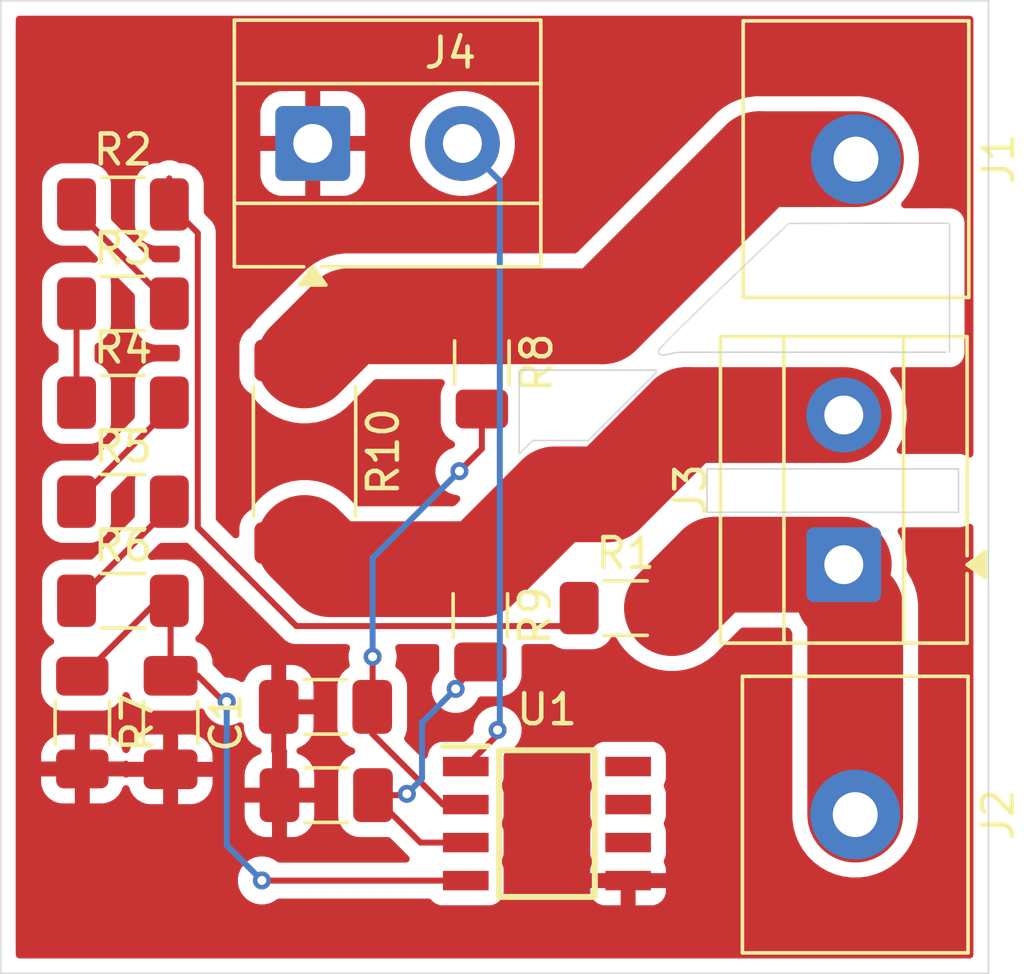
<source format=kicad_pcb>
(kicad_pcb (version 20241229) (generator "pcbnew") (generator_version "9.0")
  (layers (0 "F.Cu" signal) (2 "B.Cu" signal) (13 "F.Paste" user) (15 "B.Paste" user) (5 "F.SilkS" user "F.Silkscreen") (7 "B.SilkS" user "B.Silkscreen") (1 "F.Mask" user) (3 "B.Mask" user) (25 "Edge.Cuts" user))
  (net 0 "")
  (net 1 "V2P")
  (net 2 "GND")
  (net 3 "Net-(U1-V1P)")
  (net 4 "Net-(U1-V1N)")
  (net 5 "+AC")
  (net 6 "-AC")
  (net 7 "/LOAD")
  (net 8 "+5V")
  (net 9 "Net-(R1-Pad1)")
  (net 10 "Net-(R2-Pad1)")
  (net 11 "Net-(R3-Pad1)")
  (net 12 "Net-(R4-Pad2)")
  (net 13 "Net-(R5-Pad2)")
  (net 14 "CF")
  (net 15 "CF1")
  (net 16 "SEL")
  (footprint "Resistor_SMD:R_1206_3216Metric_Pad1.30x1.75mm_HandSolder" (layer "F.Cu") (at 114.3075 124.805)
    (property "Reference" "R6" (at 0 -1.83 0) (layer "F.SilkS"))
    (property "Value" "470K")
    (fp_line (start -0.727064 -0.91) (end 0.727064 -0.91) (stroke (width 0.12)) (layer "F.SilkS"))
    (fp_line (start -0.727064 0.91) (end 0.727064 0.91) (stroke (width 0.12)) (layer "F.SilkS"))
    (pad "1" smd roundrect (at -1.55 0) (size 1.3 1.75) (layers "F.Cu" "F.Mask" "F.Paste") (roundrect_rratio 0.192308) (net 13 "Net-(R5-Pad2)"))
    (pad "2" smd roundrect (at 1.55 0) (size 1.3 1.75) (layers "F.Cu" "F.Mask" "F.Paste") (roundrect_rratio 0.192308) (net 1 "V2P"))
  )
  (footprint "HLW8012:SOIC8" (layer "F.Cu") (at 128.475 132.25)
    (property "Reference" "U1" (at 0 -3.81 0) (layer "F.SilkS"))
    (property "Value" "HLW8012")
    (fp_line (start -3.475 -2.58) (end -1.95 -2.58) (stroke (width 0.2)) (layer "F.SilkS"))
    (fp_line (start -1.6 -2.45) (end 1.6 -2.45) (stroke (width 0.2)) (layer "F.SilkS"))
    (fp_line (start -1.6 2.45) (end -1.6 -2.45) (stroke (width 0.2)) (layer "F.SilkS"))
    (fp_line (start 1.6 -2.45) (end 1.6 2.45) (stroke (width 0.2)) (layer "F.SilkS"))
    (fp_line (start 1.6 2.45) (end -1.6 2.45) (stroke (width 0.2)) (layer "F.SilkS"))
    (pad "1" smd rect (at -2.712 -1.905) (size 1.525 0.65) (layers "F.Cu" "F.Mask" "F.Paste") (net 8 "+5V"))
    (pad "2" smd rect (at -2.712 -0.635) (size 1.525 0.65) (layers "F.Cu" "F.Mask" "F.Paste") (net 3 "Net-(U1-V1P)"))
    (pad "3" smd rect (at -2.712 0.635) (size 1.525 0.65) (layers "F.Cu" "F.Mask" "F.Paste") (net 4 "Net-(U1-V1N)"))
    (pad "4" smd rect (at -2.712 1.905) (size 1.525 0.65) (layers "F.Cu" "F.Mask" "F.Paste") (net 1 "V2P"))
    (pad "5" smd rect (at 2.712 1.905) (size 1.525 0.65) (layers "F.Cu" "F.Mask" "F.Paste") (net 2 "GND"))
    (pad "6" smd rect (at 2.712 0.635) (size 1.525 0.65) (layers "F.Cu" "F.Mask" "F.Paste") (net 14 "CF"))
    (pad "7" smd rect (at 2.712 -0.635) (size 1.525 0.65) (layers "F.Cu" "F.Mask" "F.Paste") (net 15 "CF1"))
    (pad "8" smd rect (at 2.712 -1.905) (size 1.525 0.65) (layers "F.Cu" "F.Mask" "F.Paste") (net 16 "SEL"))
  )
  (footprint "TerminalBlock_MetzConnect:TerminalBlock_MetzConnect_Type055_RT01502HDWU_1x02_P5.00mm_Horizontal" (layer "F.Cu") (at 120.65 109.525)
    (property "Reference" "J4" (at 4.6 -3.025 0) (layer "F.SilkS"))
    (property "Value" "DC")
    (fp_line (start -2.62 -4.12) (end 7.62 -4.12) (stroke (width 0.12)) (layer "F.SilkS"))
    (fp_line (start -2.62 -2) (end 7.62 -2) (stroke (width 0.12)) (layer "F.SilkS"))
    (fp_line (start -2.62 2) (end 7.62 2) (stroke (width 0.12)) (layer "F.SilkS"))
    (fp_line (start -2.62 4.12) (end -2.62 -4.12) (stroke (width 0.12)) (layer "F.SilkS"))
    (fp_line (start -0.3 4.12) (end -2.62 4.12) (stroke (width 0.12)) (layer "F.SilkS"))
    (fp_line (start 7.62 -4.12) (end 7.62 4.12) (stroke (width 0.12)) (layer "F.SilkS"))
    (fp_line (start 7.62 4.12) (end 0.3 4.12) (stroke (width 0.12)) (layer "F.SilkS"))
    (fp_poly (pts (xy 0 4.12) (xy 0.44 4.73) (xy -0.44 4.73)) (stroke (width 0.12)) (fill yes) (layer "F.SilkS"))
    (pad "1" thru_hole roundrect (at 0 0) (size 2.5 2.5) (drill 1.3) (layers "*.Cu" "*.Mask") (roundrect_rratio 0.1) (net 2 "GND"))
    (pad "2" thru_hole circle (at 5 0) (size 2.5 2.5) (drill 1.3) (layers "*.Cu" "*.Mask") (net 8 "+5V"))
  )
  (footprint "Capacitor_SMD:C_1206_3216Metric_Pad1.33x1.80mm_HandSolder" (layer "F.Cu") (at 121.1 131.3 180)
    (property "Reference" "C3" (hide yes))
    (property "Value" "33nF")
    (fp_line (start -0.711252 0.91) (end 0.711252 0.91) (stroke (width 0.12)) (layer "F.SilkS"))
    (fp_line (start -0.711252 -0.91) (end 0.711252 -0.91) (stroke (width 0.12)) (layer "F.SilkS"))
    (pad "1" smd roundrect (at -1.5625 0 180) (size 1.325 1.8) (layers "F.Cu" "F.Mask" "F.Paste") (roundrect_rratio 0.188679) (net 4 "Net-(U1-V1N)"))
    (pad "2" smd roundrect (at 1.5625 0 180) (size 1.325 1.8) (layers "F.Cu" "F.Mask" "F.Paste") (roundrect_rratio 0.188679) (net 2 "GND"))
  )
  (footprint "TerminalBlock_MetzConnect:TerminalBlock_MetzConnect_Type055_RT01502HDWU_1x02_P5.00mm_Horizontal" (layer "F.Cu") (at 138.3925 123.6 90)
    (property "Reference" "J3" (at 2.5 -5.12 90) (layer "F.SilkS"))
    (property "Value" "LOAD")
    (fp_line (start 7.62 -4.12) (end 7.62 4.12) (stroke (width 0.12)) (layer "F.SilkS"))
    (fp_line (start -2.62 -4.12) (end 7.62 -4.12) (stroke (width 0.12)) (layer "F.SilkS"))
    (fp_line (start -2.62 -2) (end 7.62 -2) (stroke (width 0.12)) (layer "F.SilkS"))
    (fp_line (start -2.62 2) (end 7.62 2) (stroke (width 0.12)) (layer "F.SilkS"))
    (fp_line (start 7.62 4.12) (end 0.3 4.12) (stroke (width 0.12)) (layer "F.SilkS"))
    (fp_line (start -0.3 4.12) (end -2.62 4.12) (stroke (width 0.12)) (layer "F.SilkS"))
    (fp_line (start -2.62 4.12) (end -2.62 -4.12) (stroke (width 0.12)) (layer "F.SilkS"))
    (fp_poly (pts (xy 0 4.12) (xy 0.44 4.73) (xy -0.44 4.73)) (stroke (width 0.12)) (fill yes) (layer "F.SilkS"))
    (pad "1" thru_hole roundrect (at 0 0 90) (size 2.5 2.5) (drill 1.3) (layers "*.Cu" "*.Mask") (roundrect_rratio 0.1) (net 6 "-AC"))
    (pad "2" thru_hole circle (at 5 0 90) (size 2.5 2.5) (drill 1.3) (layers "*.Cu" "*.Mask") (net 7 "/LOAD"))
  )
  (footprint "Resistor_SMD:R_1206_3216Metric_Pad1.30x1.75mm_HandSolder" (layer "F.Cu") (at 112.95 128.875 -90)
    (property "Reference" "R7" (at 0 -1.83 90) (layer "F.SilkS"))
    (property "Value" "470K")
    (fp_line (start -0.727064 0.91) (end 0.727064 0.91) (stroke (width 0.12)) (layer "F.SilkS"))
    (fp_line (start -0.727064 -0.91) (end 0.727064 -0.91) (stroke (width 0.12)) (layer "F.SilkS"))
    (pad "1" smd roundrect (at -1.55 0 270) (size 1.3 1.75) (layers "F.Cu" "F.Mask" "F.Paste") (roundrect_rratio 0.192308) (net 1 "V2P"))
    (pad "2" smd roundrect (at 1.55 0 270) (size 1.3 1.75) (layers "F.Cu" "F.Mask" "F.Paste") (roundrect_rratio 0.192308) (net 2 "GND"))
  )
  (footprint "Capacitor_SMD:C_1206_3216Metric_Pad1.33x1.80mm_HandSolder" (layer "F.Cu") (at 121.075 128.35)
    (property "Reference" "C2" (hide yes))
    (property "Value" "33nF")
    (fp_line (start -0.711252 -0.91) (end 0.711252 -0.91) (stroke (width 0.12)) (layer "F.SilkS"))
    (fp_line (start -0.711252 0.91) (end 0.711252 0.91) (stroke (width 0.12)) (layer "F.SilkS"))
    (pad "1" smd roundrect (at -1.5625 0) (size 1.325 1.8) (layers "F.Cu" "F.Mask" "F.Paste") (roundrect_rratio 0.188679) (net 2 "GND"))
    (pad "2" smd roundrect (at 1.5625 0) (size 1.325 1.8) (layers "F.Cu" "F.Mask" "F.Paste") (roundrect_rratio 0.188679) (net 3 "Net-(U1-V1P)"))
  )
  (footprint "Resistor_SMD:R_1206_3216Metric_Pad1.30x1.75mm_HandSolder" (layer "F.Cu") (at 114.3075 118.185)
    (property "Reference" "R4" (at 0 -1.83 0) (layer "F.SilkS"))
    (property "Value" "470K")
    (fp_line (start -0.727064 -0.91) (end 0.727064 -0.91) (stroke (width 0.12)) (layer "F.SilkS"))
    (fp_line (start -0.727064 0.91) (end 0.727064 0.91) (stroke (width 0.12)) (layer "F.SilkS"))
    (pad "1" smd roundrect (at -1.55 0) (size 1.3 1.75) (layers "F.Cu" "F.Mask" "F.Paste") (roundrect_rratio 0.192308) (net 11 "Net-(R3-Pad1)"))
    (pad "2" smd roundrect (at 1.55 0) (size 1.3 1.75) (layers "F.Cu" "F.Mask" "F.Paste") (roundrect_rratio 0.192308) (net 12 "Net-(R4-Pad2)"))
  )
  (footprint "Capacitor_SMD:C_1206_3216Metric_Pad1.33x1.80mm_HandSolder" (layer "F.Cu") (at 115.9 128.875 -90)
    (property "Reference" "C1" (at 0 -1.85 90) (layer "F.SilkS"))
    (property "Value" "1uF")
    (fp_line (start -0.711252 0.91) (end 0.711252 0.91) (stroke (width 0.12)) (layer "F.SilkS"))
    (fp_line (start -0.711252 -0.91) (end 0.711252 -0.91) (stroke (width 0.12)) (layer "F.SilkS"))
    (pad "1" smd roundrect (at -1.5625 0 270) (size 1.325 1.8) (layers "F.Cu" "F.Mask" "F.Paste") (roundrect_rratio 0.188679) (net 1 "V2P"))
    (pad "2" smd roundrect (at 1.5625 0 270) (size 1.325 1.8) (layers "F.Cu" "F.Mask" "F.Paste") (roundrect_rratio 0.188679) (net 2 "GND"))
  )
  (footprint "TerminalBlock_MetzConnect:TerminalBlock_MetzConnect_360271_1x01_Horizontal_ScrewM3.0_Boxed" (layer "F.Cu") (at 138.8 110.05 -90)
    (property "Reference" "J1" (at 0 -4.77 90) (layer "F.SilkS"))
    (property "Value" "+(ev)")
    (fp_line (start -4.62 3.77) (end -4.62 -3.77) (stroke (width 0.12)) (layer "F.SilkS"))
    (fp_line (start 4.62 3.77) (end -4.62 3.77) (stroke (width 0.12)) (layer "F.SilkS"))
    (fp_line (start -4.62 -3.77) (end 4.62 -3.77) (stroke (width 0.12)) (layer "F.SilkS"))
    (fp_line (start 4.62 -3.77) (end 4.62 3.77) (stroke (width 0.12)) (layer "F.SilkS"))
    (pad "1" thru_hole circle (at 0 0 270) (size 3 3) (drill 1.5) (layers "*.Cu" "*.Mask") (net 5 "+AC"))
  )
  (footprint "Resistor_SMD:R_1206_3216Metric_Pad1.30x1.75mm_HandSolder" (layer "F.Cu") (at 126.3 116.85 -90)
    (property "Reference" "R8" (at 0 -1.83 90) (layer "F.SilkS"))
    (property "Value" "1K")
    (fp_line (start -0.727064 0.91) (end 0.727064 0.91) (stroke (width 0.12)) (layer "F.SilkS"))
    (fp_line (start -0.727064 -0.91) (end 0.727064 -0.91) (stroke (width 0.12)) (layer "F.SilkS"))
    (pad "1" smd roundrect (at -1.55 0 270) (size 1.3 1.75) (layers "F.Cu" "F.Mask" "F.Paste") (roundrect_rratio 0.192308) (net 5 "+AC"))
    (pad "2" smd roundrect (at 1.55 0 270) (size 1.3 1.75) (layers "F.Cu" "F.Mask" "F.Paste") (roundrect_rratio 0.192308) (net 3 "Net-(U1-V1P)"))
  )
  (footprint "Resistor_SMD:R_1206_3216Metric_Pad1.30x1.75mm_HandSolder" (layer "F.Cu") (at 114.3075 114.875)
    (property "Reference" "R3" (at 0 -1.83 0) (layer "F.SilkS"))
    (property "Value" "470K")
    (fp_line (start -0.727064 -0.91) (end 0.727064 -0.91) (stroke (width 0.12)) (layer "F.SilkS"))
    (fp_line (start -0.727064 0.91) (end 0.727064 0.91) (stroke (width 0.12)) (layer "F.SilkS"))
    (pad "1" smd roundrect (at -1.55 0) (size 1.3 1.75) (layers "F.Cu" "F.Mask" "F.Paste") (roundrect_rratio 0.192308) (net 11 "Net-(R3-Pad1)"))
    (pad "2" smd roundrect (at 1.55 0) (size 1.3 1.75) (layers "F.Cu" "F.Mask" "F.Paste") (roundrect_rratio 0.192308) (net 10 "Net-(R2-Pad1)"))
  )
  (footprint "Resistor_SMD:R_1206_3216Metric_Pad1.30x1.75mm_HandSolder" (layer "F.Cu") (at 114.3075 121.495)
    (property "Reference" "R5" (at 0 -1.83 0) (layer "F.SilkS"))
    (property "Value" "470K")
    (fp_line (start -0.727064 -0.91) (end 0.727064 -0.91) (stroke (width 0.12)) (layer "F.SilkS"))
    (fp_line (start -0.727064 0.91) (end 0.727064 0.91) (stroke (width 0.12)) (layer "F.SilkS"))
    (pad "1" smd roundrect (at -1.55 0) (size 1.3 1.75) (layers "F.Cu" "F.Mask" "F.Paste") (roundrect_rratio 0.192308) (net 12 "Net-(R4-Pad2)"))
    (pad "2" smd roundrect (at 1.55 0) (size 1.3 1.75) (layers "F.Cu" "F.Mask" "F.Paste") (roundrect_rratio 0.192308) (net 13 "Net-(R5-Pad2)"))
  )
  (footprint "TerminalBlock_MetzConnect:TerminalBlock_MetzConnect_360271_1x01_Horizontal_ScrewM3.0_Boxed" (layer "F.Cu") (at 138.775 131.95 -90)
    (property "Reference" "J2" (at 0 -4.77 90) (layer "F.SilkS"))
    (property "Value" "-(ev)")
    (fp_line (start -4.62 3.77) (end -4.62 -3.77) (stroke (width 0.12)) (layer "F.SilkS"))
    (fp_line (start 4.62 3.77) (end -4.62 3.77) (stroke (width 0.12)) (layer "F.SilkS"))
    (fp_line (start -4.62 -3.77) (end 4.62 -3.77) (stroke (width 0.12)) (layer "F.SilkS"))
    (fp_line (start 4.62 -3.77) (end 4.62 3.77) (stroke (width 0.12)) (layer "F.SilkS"))
    (pad "1" thru_hole circle (at 0 0 270) (size 3 3) (drill 1.5) (layers "*.Cu" "*.Mask") (net 6 "-AC"))
  )
  (footprint "Resistor_SMD:R_1206_3216Metric_Pad1.30x1.75mm_HandSolder" (layer "F.Cu") (at 114.3075 111.565)
    (property "Reference" "R2" (at 0 -1.83 0) (layer "F.SilkS"))
    (property "Value" "470K")
    (fp_line (start -0.727064 -0.91) (end 0.727064 -0.91) (stroke (width 0.12)) (layer "F.SilkS"))
    (fp_line (start -0.727064 0.91) (end 0.727064 0.91) (stroke (width 0.12)) (layer "F.SilkS"))
    (pad "1" smd roundrect (at -1.55 0) (size 1.3 1.75) (layers "F.Cu" "F.Mask" "F.Paste") (roundrect_rratio 0.192308) (net 10 "Net-(R2-Pad1)"))
    (pad "2" smd roundrect (at 1.55 0) (size 1.3 1.75) (layers "F.Cu" "F.Mask" "F.Paste") (roundrect_rratio 0.192308) (net 9 "Net-(R1-Pad1)"))
  )
  (footprint "Resistor_SMD:R_1206_3216Metric_Pad1.30x1.75mm_HandSolder" (layer "F.Cu") (at 131.1 125.05)
    (property "Reference" "R1" (at 0 -1.83 0) (layer "F.SilkS"))
    (property "Value" "470K")
    (fp_line (start -0.727064 -0.91) (end 0.727064 -0.91) (stroke (width 0.12)) (layer "F.SilkS"))
    (fp_line (start -0.727064 0.91) (end 0.727064 0.91) (stroke (width 0.12)) (layer "F.SilkS"))
    (pad "1" smd roundrect (at -1.55 0) (size 1.3 1.75) (layers "F.Cu" "F.Mask" "F.Paste") (roundrect_rratio 0.192308) (net 9 "Net-(R1-Pad1)"))
    (pad "2" smd roundrect (at 1.55 0) (size 1.3 1.75) (layers "F.Cu" "F.Mask" "F.Paste") (roundrect_rratio 0.192308) (net 6 "-AC"))
  )
  (footprint "Resistor_SMD:R_2512_6332Metric_Pad1.40x3.35mm_HandSolder" (layer "F.Cu") (at 120.375 119.825 -90)
    (property "Reference" "R10" (at 0 -2.63 90) (layer "F.SilkS"))
    (property "Value" "R")
    (fp_line (start -2.177064 1.71) (end 2.177064 1.71) (stroke (width 0.12)) (layer "F.SilkS"))
    (fp_line (start -2.177064 -1.71) (end 2.177064 -1.71) (stroke (width 0.12)) (layer "F.SilkS"))
    (pad "1" smd roundrect (at -3.05 0 270) (size 1.4 3.35) (layers "F.Cu" "F.Mask" "F.Paste") (roundrect_rratio 0.178571) (net 5 "+AC"))
    (pad "2" smd roundrect (at 3.05 0 270) (size 1.4 3.35) (layers "F.Cu" "F.Mask" "F.Paste") (roundrect_rratio 0.178571) (net 7 "/LOAD"))
  )
  (footprint "Resistor_SMD:R_1206_3216Metric_Pad1.30x1.75mm_HandSolder" (layer "F.Cu") (at 126.25 125.3 -90)
    (property "Reference" "R9" (at 0 -1.83 90) (layer "F.SilkS"))
    (property "Value" "1K")
    (fp_line (start -0.727064 0.91) (end 0.727064 0.91) (stroke (width 0.12)) (layer "F.SilkS"))
    (fp_line (start -0.727064 -0.91) (end 0.727064 -0.91) (stroke (width 0.12)) (layer "F.SilkS"))
    (pad "1" smd roundrect (at -1.55 0 270) (size 1.3 1.75) (layers "F.Cu" "F.Mask" "F.Paste") (roundrect_rratio 0.192308) (net 7 "/LOAD"))
    (pad "2" smd roundrect (at 1.55 0 270) (size 1.3 1.75) (layers "F.Cu" "F.Mask" "F.Paste") (roundrect_rratio 0.192308) (net 4 "Net-(U1-V1N)"))
  )
  (gr_line (start 133.825 120.4) (end 142.225 120.4) (stroke (width 0.05)) (layer "Edge.Cuts"))
  (gr_curve (pts (xy 132.1 117.1) (xy 132.1 117.1) (xy 132.175 117.125) (xy 132.1 117.2)) (stroke (width 0.05)) (layer "Edge.Cuts"))
  (gr_curve (pts (xy 141.925 116.5) (xy 141.925 112.125) (xy 141.925 112.225) (xy 141.925 112.2)) (stroke (width 0.05)) (layer "Edge.Cuts"))
  (gr_line (start 132.1 117.2) (end 129.85 119.45) (stroke (width 0.05)) (layer "Edge.Cuts"))
  (gr_line (start 133.825 121.85) (end 133.825 120.4) (stroke (width 0.05)) (layer "Edge.Cuts"))
  (gr_line (start 142.225 121.85) (end 133.825 121.85) (stroke (width 0.05)) (layer "Edge.Cuts"))
  (gr_curve (pts (xy 132.375 116.6) (xy 132.375 116.6) (xy 132.375 116.6) (xy 132.375 116.6)) (stroke (width 0.05)) (layer "Edge.Cuts"))
  (gr_line (start 127.55 119.9) (end 127.55 117.1) (stroke (width 0.05)) (layer "Edge.Cuts"))
  (gr_line (start 129.85 119.45) (end 128 119.45) (stroke (width 0.05)) (layer "Edge.Cuts"))
  (gr_line (start 142.225 120.4) (end 142.225 121.85) (stroke (width 0.05)) (layer "Edge.Cuts"))
  (gr_curve (pts (xy 132.375 116.6) (xy 132.9 116.475) (xy 133.075 116.5) (xy 133.075 116.5)) (stroke (width 0.05)) (layer "Edge.Cuts"))
  (gr_line (start 128 119.45) (end 127.55 119.9) (stroke (width 0.05)) (layer "Edge.Cuts"))
  (gr_rect (start 110.225 104.7575) (end 143.225 137.2575) (stroke (width 0.05)) (fill no) (layer "Edge.Cuts"))
  (gr_curve (pts (xy 133.075 116.5) (xy 141.95 116.5) (xy 141.925 116.5) (xy 141.925 116.5)) (stroke (width 0.05)) (layer "Edge.Cuts"))
  (gr_curve (pts (xy 136.55 112.2) (xy 136.55 112.2) (xy 132.225 116.3) (xy 132.2 116.45)) (stroke (width 0.05)) (layer "Edge.Cuts"))
  (gr_line (start 127.55 117.1) (end 132.1 117.1) (stroke (width 0.05)) (layer "Edge.Cuts"))
  (gr_curve (pts (xy 141.925 112.2) (xy 141.925 112.175) (xy 136.525 112.2) (xy 136.55 112.2)) (stroke (width 0.05)) (layer "Edge.Cuts"))
  (gr_curve (pts (xy 132.2 116.45) (xy 132.175 116.6) (xy 132.375 116.6) (xy 132.375 116.6)) (stroke (width 0.05)) (layer "Edge.Cuts"))
  (segment (start 116.8125 127.3125) (end 115.9 127.3125) (width 0.2) (layer "F.Cu") (net 1))
  (segment (start 115.8575 124.805) (end 115.47 124.805) (width 0.2) (layer "F.Cu") (net 1))
  (segment (start 117.675 128.175) (end 116.8125 127.3125) (width 0.2) (layer "F.Cu") (net 1))
  (segment (start 115.47 124.805) (end 112.95 127.325) (width 0.2) (layer "F.Cu") (net 1))
  (segment (start 125.763 134.155) (end 118.955 134.155) (width 0.2) (layer "F.Cu") (net 1))
  (segment (start 118.955 134.155) (end 118.95 134.15) (width 0.2) (layer "F.Cu") (net 1))
  (segment (start 115.8575 124.2925) (end 115.8575 124.805) (width 0.2) (layer "F.Cu") (net 1))
  (segment (start 117.775 128.175) (end 117.675 128.175) (width 0.2) (layer "F.Cu") (net 1))
  (segment (start 125.763 134.155) (end 125.708 134.1) (width 0.2) (layer "F.Cu") (net 1))
  (segment (start 115.9 127.3125) (end 115.9 124.8475) (width 0.2) (layer "F.Cu") (net 1))
  (segment (start 115.9 124.8475) (end 115.8575 124.805) (width 0.2) (layer "F.Cu") (net 1))
  (via (at 117.775 128.175) (size 0.6) (drill 0.3) (layers "F.Cu" "B.Cu") (net 1))
  (via (at 118.95 134.15) (size 0.6) (drill 0.3) (layers "F.Cu" "B.Cu") (net 1))
  (segment (start 117.775 132.975) (end 117.775 128.175) (width 0.2) (layer "B.Cu") (net 1))
  (segment (start 118.95 134.15) (end 117.775 132.975) (width 0.2) (layer "B.Cu") (net 1))
  (segment (start 122.6375 128.35) (end 122.6375 129.25) (width 0.2) (layer "F.Cu") (net 3))
  (segment (start 126.3 119.725) (end 125.55 120.475) (width 0.2) (layer "F.Cu") (net 3))
  (segment (start 122.6375 129.25) (end 125.0025 131.615) (width 0.2) (layer "F.Cu") (net 3))
  (segment (start 122.65 128.3375) (end 122.6375 128.35) (width 0.2) (layer "F.Cu") (net 3))
  (segment (start 122.65 126.675) (end 122.65 128.3375) (width 0.2) (layer "F.Cu") (net 3))
  (segment (start 126.3 118.4) (end 126.3 119.725) (width 0.2) (layer "F.Cu") (net 3))
  (segment (start 125.0025 131.615) (end 125.763 131.615) (width 0.2) (layer "F.Cu") (net 3))
  (via (at 125.55 120.475) (size 0.6) (drill 0.3) (layers "F.Cu" "B.Cu") (net 3))
  (via (at 122.65 126.675) (size 0.6) (drill 0.3) (layers "F.Cu" "B.Cu") (net 3))
  (segment (start 122.65 123.375) (end 122.65 126.675) (width 0.2) (layer "B.Cu") (net 3))
  (segment (start 125.55 120.475) (end 122.65 123.375) (width 0.2) (layer "B.Cu") (net 3))
  (segment (start 124.2475 132.885) (end 122.6625 131.3) (width 0.2) (layer "F.Cu") (net 4))
  (segment (start 125.763 132.885) (end 124.2475 132.885) (width 0.2) (layer "F.Cu") (net 4))
  (segment (start 125.425 127.75) (end 125.425 127.675) (width 0.2) (layer "F.Cu") (net 4))
  (segment (start 125.425 127.675) (end 126.25 126.85) (width 0.2) (layer "F.Cu") (net 4))
  (segment (start 125.678 132.8) (end 125.763 132.885) (width 0.2) (layer "F.Cu") (net 4))
  (segment (start 122.6625 131.3) (end 123.75 131.3) (width 0.2) (layer "F.Cu") (net 4))
  (segment (start 123.75 131.3) (end 123.794485 131.255515) (width 0.2) (layer "F.Cu") (net 4))
  (via (at 125.425 127.75) (size 0.6) (drill 0.3) (layers "F.Cu" "B.Cu") (net 4))
  (via (at 123.794485 131.255515) (size 0.6) (drill 0.3) (layers "F.Cu" "B.Cu") (net 4))
  (segment (start 124.3 128.85) (end 124.325 128.85) (width 0.2) (layer "B.Cu") (net 4))
  (segment (start 124.3 130.75) (end 124.3 128.85) (width 0.2) (layer "B.Cu") (net 4))
  (segment (start 123.794485 131.255515) (end 124.3 130.75) (width 0.2) (layer "B.Cu") (net 4))
  (segment (start 124.325 128.85) (end 125.425 127.75) (width 0.2) (layer "B.Cu") (net 4))
  (segment (start 130.325 115.3) (end 130.475 115.15) (width 3.2) (layer "F.Cu") (net 5))
  (segment (start 135.575 110.05) (end 130.475 115.15) (width 3.2) (layer "F.Cu") (net 5))
  (segment (start 138.8 110.05) (end 135.575 110.05) (width 3.2) (layer "F.Cu") (net 5))
  (segment (start 120.375 116.775) (end 121.85 115.3) (width 3.2) (layer "F.Cu") (net 5))
  (segment (start 126.3 115.3) (end 130.325 115.3) (width 3.2) (layer "F.Cu") (net 5))
  (segment (start 121.85 115.3) (end 126.3 115.3) (width 3.2) (layer "F.Cu") (net 5))
  (segment (start 138.3925 123.6) (end 134.1 123.6) (width 3.2) (layer "F.Cu") (net 6))
  (segment (start 138.775 131.95) (end 138.775 125.0335) (width 3.2) (layer "F.Cu") (net 6))
  (segment (start 134.1 123.6) (end 132.65 125.05) (width 3.2) (layer "F.Cu") (net 6))
  (segment (start 138.775 125.0335) (end 138.3925 124.651) (width 3.2) (layer "F.Cu") (net 6))
  (segment (start 138.3925 118.6) (end 133.125 118.6) (width 3.2) (layer "F.Cu") (net 7))
  (segment (start 126.25 123.75) (end 121.25 123.75) (width 3.2) (layer "F.Cu") (net 7))
  (segment (start 133.125 118.6) (end 130.475 121.25) (width 3.2) (layer "F.Cu") (net 7))
  (segment (start 128.75 121.25) (end 130.475 121.25) (width 3.2) (layer "F.Cu") (net 7))
  (segment (start 126.25 123.75) (end 128.75 121.25) (width 3.2) (layer "F.Cu") (net 7))
  (segment (start 121.25 123.75) (end 120.375 122.875) (width 3.2) (layer "F.Cu") (net 7))
  (segment (start 126.825 129.283) (end 125.763 130.345) (width 0.2) (layer "F.Cu") (net 8))
  (segment (start 126.825 129.125) (end 126.825 129.283) (width 0.2) (layer "F.Cu") (net 8))
  (via (at 126.825 129.125) (size 0.6) (drill 0.3) (layers "F.Cu" "B.Cu") (net 8))
  (segment (start 126.899999 129.050001) (end 126.825 129.125) (width 0.2) (layer "B.Cu") (net 8))
  (segment (start 126.899999 110.774999) (end 126.899999 129.050001) (width 0.2) (layer "B.Cu") (net 8))
  (segment (start 125.65 109.525) (end 126.899999 110.774999) (width 0.2) (layer "B.Cu") (net 8))
  (segment (start 120.10434 125.651) (end 116.8085 122.35516) (width 0.2) (layer "F.Cu") (net 9))
  (segment (start 116.8085 122.35516) (end 116.8085 112.516) (width 0.2) (layer "F.Cu") (net 9))
  (segment (start 129.55 125.05) (end 128.949 125.651) (width 0.2) (layer "F.Cu") (net 9))
  (segment (start 128.949 125.651) (end 120.10434 125.651) (width 0.2) (layer "F.Cu") (net 9))
  (segment (start 116.8085 112.516) (end 115.8575 111.565) (width 0.2) (layer "F.Cu") (net 9))
  (segment (start 115.8575 110.69) (end 115.8575 111.565) (width 0.2) (layer "F.Cu") (net 9))
  (segment (start 112.7575 111.565) (end 112.7575 111.775) (width 0.2) (layer "F.Cu") (net 10))
  (segment (start 112.7575 111.775) (end 115.8575 114.875) (width 0.2) (layer "F.Cu") (net 10))
  (segment (start 112.7575 114.875) (end 112.7575 118.185) (width 0.2) (layer "F.Cu") (net 11))
  (segment (start 115.8575 118.395) (end 112.7575 121.495) (width 0.2) (layer "F.Cu") (net 12))
  (segment (start 115.8575 118.185) (end 115.8575 118.395) (width 0.2) (layer "F.Cu") (net 12))
  (segment (start 115.8575 121.705) (end 112.7575 124.805) (width 0.2) (layer "F.Cu") (net 13))
  (segment (start 115.8575 121.495) (end 115.8575 121.705) (width 0.2) (layer "F.Cu") (net 13))
  (zone (net 2) (net_name "GND") (layer "F.Cu") (connect_pads (clearance 0.5)) (min_thickness 0.25) (fill yes (thermal_gap 0.5) (thermal_bridge_width 0.5))
    (polygon (pts (xy 143.125 104.975) (xy 110.425 104.975) (xy 110.425 137.075) (xy 110.45 137.1) (xy 143.15 137.1) (xy 143.15 105.5) (xy 143.05 105.4) (xy 143.125 105.325)))
  )
)
</source>
